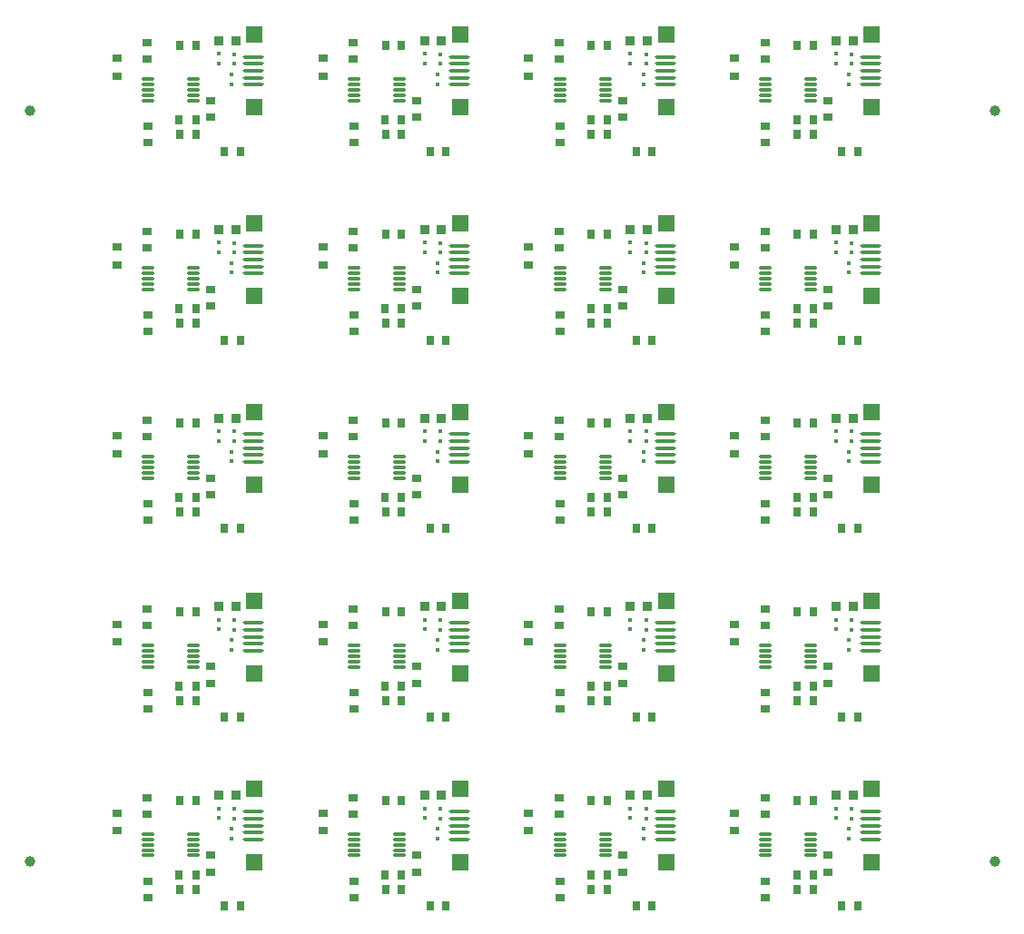
<source format=gbr>
%TF.GenerationSoftware,Altium Limited,Altium Designer,20.1.8 (145)*%
G04 Layer_Color=128*
%FSLAX45Y45*%
%MOMM*%
%TF.SameCoordinates,0AB19B83-9B04-4470-A1CB-4E81E99A1085*%
%TF.FilePolarity,Positive*%
%TF.FileFunction,Paste,Bot*%
%TF.Part,CustomerPanel*%
G01*
G75*
%TA.AperFunction,SMDPad,CuDef*%
%ADD10C,1.00000*%
%ADD18O,1.25000X0.30000*%
G04:AMPARAMS|DCode=19|XSize=1.6mm|YSize=1.6mm|CornerRadius=0.008mm|HoleSize=0mm|Usage=FLASHONLY|Rotation=270.000|XOffset=0mm|YOffset=0mm|HoleType=Round|Shape=RoundedRectangle|*
%AMROUNDEDRECTD19*
21,1,1.60000,1.58400,0,0,270.0*
21,1,1.58400,1.60000,0,0,270.0*
1,1,0.01600,-0.79200,-0.79200*
1,1,0.01600,-0.79200,0.79200*
1,1,0.01600,0.79200,0.79200*
1,1,0.01600,0.79200,-0.79200*
%
%ADD19ROUNDEDRECTD19*%
%TA.AperFunction,ConnectorPad*%
G04:AMPARAMS|DCode=20|XSize=0.35mm|YSize=2mm|CornerRadius=0.175mm|HoleSize=0mm|Usage=FLASHONLY|Rotation=270.000|XOffset=0mm|YOffset=0mm|HoleType=Round|Shape=RoundedRectangle|*
%AMROUNDEDRECTD20*
21,1,0.35000,1.65000,0,0,270.0*
21,1,0.00000,2.00000,0,0,270.0*
1,1,0.35000,-0.82500,0.00000*
1,1,0.35000,-0.82500,0.00000*
1,1,0.35000,0.82500,0.00000*
1,1,0.35000,0.82500,0.00000*
%
%ADD20ROUNDEDRECTD20*%
%TA.AperFunction,SMDPad,CuDef*%
G04:AMPARAMS|DCode=21|XSize=0.8mm|YSize=0.7mm|CornerRadius=0.0035mm|HoleSize=0mm|Usage=FLASHONLY|Rotation=0.000|XOffset=0mm|YOffset=0mm|HoleType=Round|Shape=RoundedRectangle|*
%AMROUNDEDRECTD21*
21,1,0.80000,0.69300,0,0,0.0*
21,1,0.79300,0.70000,0,0,0.0*
1,1,0.00700,0.39650,-0.34650*
1,1,0.00700,-0.39650,-0.34650*
1,1,0.00700,-0.39650,0.34650*
1,1,0.00700,0.39650,0.34650*
%
%ADD21ROUNDEDRECTD21*%
G04:AMPARAMS|DCode=22|XSize=0.85mm|YSize=0.75mm|CornerRadius=0.00375mm|HoleSize=0mm|Usage=FLASHONLY|Rotation=270.000|XOffset=0mm|YOffset=0mm|HoleType=Round|Shape=RoundedRectangle|*
%AMROUNDEDRECTD22*
21,1,0.85000,0.74250,0,0,270.0*
21,1,0.84250,0.75000,0,0,270.0*
1,1,0.00750,-0.37125,-0.42125*
1,1,0.00750,-0.37125,0.42125*
1,1,0.00750,0.37125,0.42125*
1,1,0.00750,0.37125,-0.42125*
%
%ADD22ROUNDEDRECTD22*%
G04:AMPARAMS|DCode=23|XSize=0.85mm|YSize=0.75mm|CornerRadius=0.00375mm|HoleSize=0mm|Usage=FLASHONLY|Rotation=0.000|XOffset=0mm|YOffset=0mm|HoleType=Round|Shape=RoundedRectangle|*
%AMROUNDEDRECTD23*
21,1,0.85000,0.74250,0,0,0.0*
21,1,0.84250,0.75000,0,0,0.0*
1,1,0.00750,0.42125,-0.37125*
1,1,0.00750,-0.42125,-0.37125*
1,1,0.00750,-0.42125,0.37125*
1,1,0.00750,0.42125,0.37125*
%
%ADD23ROUNDEDRECTD23*%
G04:AMPARAMS|DCode=24|XSize=0.8mm|YSize=0.7mm|CornerRadius=0.0035mm|HoleSize=0mm|Usage=FLASHONLY|Rotation=90.000|XOffset=0mm|YOffset=0mm|HoleType=Round|Shape=RoundedRectangle|*
%AMROUNDEDRECTD24*
21,1,0.80000,0.69300,0,0,90.0*
21,1,0.79300,0.70000,0,0,90.0*
1,1,0.00700,0.34650,0.39650*
1,1,0.00700,0.34650,-0.39650*
1,1,0.00700,-0.34650,-0.39650*
1,1,0.00700,-0.34650,0.39650*
%
%ADD24ROUNDEDRECTD24*%
G04:AMPARAMS|DCode=25|XSize=0.4mm|YSize=0.4mm|CornerRadius=0.002mm|HoleSize=0mm|Usage=FLASHONLY|Rotation=180.000|XOffset=0mm|YOffset=0mm|HoleType=Round|Shape=RoundedRectangle|*
%AMROUNDEDRECTD25*
21,1,0.40000,0.39600,0,0,180.0*
21,1,0.39600,0.40000,0,0,180.0*
1,1,0.00400,-0.19800,0.19800*
1,1,0.00400,0.19800,0.19800*
1,1,0.00400,0.19800,-0.19800*
1,1,0.00400,-0.19800,-0.19800*
%
%ADD25ROUNDEDRECTD25*%
G04:AMPARAMS|DCode=26|XSize=0.9mm|YSize=0.9mm|CornerRadius=0.045mm|HoleSize=0mm|Usage=FLASHONLY|Rotation=180.000|XOffset=0mm|YOffset=0mm|HoleType=Round|Shape=RoundedRectangle|*
%AMROUNDEDRECTD26*
21,1,0.90000,0.81000,0,0,180.0*
21,1,0.81000,0.90000,0,0,180.0*
1,1,0.09000,-0.40500,0.40500*
1,1,0.09000,0.40500,0.40500*
1,1,0.09000,0.40500,-0.40500*
1,1,0.09000,-0.40500,-0.40500*
%
%ADD26ROUNDEDRECTD26*%
D10*
X9500000Y8500000D02*
D03*
X500000D02*
D03*
X9500000Y1500000D02*
D03*
X500000D02*
D03*
D18*
X2027140Y1753300D02*
D03*
Y1703300D02*
D03*
Y1653300D02*
D03*
Y1603300D02*
D03*
Y1553300D02*
D03*
X1602141Y1753300D02*
D03*
Y1703300D02*
D03*
Y1653300D02*
D03*
Y1603300D02*
D03*
Y1553300D02*
D03*
X3947140Y1753300D02*
D03*
Y1703300D02*
D03*
Y1653300D02*
D03*
Y1603300D02*
D03*
Y1553300D02*
D03*
X3522141Y1753300D02*
D03*
Y1703300D02*
D03*
Y1653300D02*
D03*
Y1603300D02*
D03*
Y1553300D02*
D03*
X5867140Y1753300D02*
D03*
Y1703300D02*
D03*
Y1653300D02*
D03*
Y1603300D02*
D03*
Y1553300D02*
D03*
X5442140Y1753300D02*
D03*
Y1703300D02*
D03*
Y1653300D02*
D03*
Y1603300D02*
D03*
Y1553300D02*
D03*
X7787140Y1753300D02*
D03*
Y1703300D02*
D03*
Y1653300D02*
D03*
Y1603300D02*
D03*
Y1553300D02*
D03*
X7362140Y1753300D02*
D03*
Y1703300D02*
D03*
Y1653300D02*
D03*
Y1603300D02*
D03*
Y1553300D02*
D03*
X2027140Y3513300D02*
D03*
Y3463300D02*
D03*
Y3413300D02*
D03*
Y3363300D02*
D03*
Y3313300D02*
D03*
X1602141Y3513300D02*
D03*
Y3463300D02*
D03*
Y3413300D02*
D03*
Y3363300D02*
D03*
Y3313300D02*
D03*
X3947140Y3513300D02*
D03*
Y3463300D02*
D03*
Y3413300D02*
D03*
Y3363300D02*
D03*
Y3313300D02*
D03*
X3522141Y3513300D02*
D03*
Y3463300D02*
D03*
Y3413300D02*
D03*
Y3363300D02*
D03*
Y3313300D02*
D03*
X5867140Y3513300D02*
D03*
Y3463300D02*
D03*
Y3413300D02*
D03*
Y3363300D02*
D03*
Y3313300D02*
D03*
X5442140Y3513300D02*
D03*
Y3463300D02*
D03*
Y3413300D02*
D03*
Y3363300D02*
D03*
Y3313300D02*
D03*
X7787140Y3513300D02*
D03*
Y3463300D02*
D03*
Y3413300D02*
D03*
Y3363300D02*
D03*
Y3313300D02*
D03*
X7362140Y3513300D02*
D03*
Y3463300D02*
D03*
Y3413300D02*
D03*
Y3363300D02*
D03*
Y3313300D02*
D03*
X2027140Y5273300D02*
D03*
Y5223300D02*
D03*
Y5173300D02*
D03*
Y5123300D02*
D03*
Y5073300D02*
D03*
X1602141Y5273300D02*
D03*
Y5223300D02*
D03*
Y5173300D02*
D03*
Y5123300D02*
D03*
Y5073300D02*
D03*
X3947140Y5273300D02*
D03*
Y5223300D02*
D03*
Y5173300D02*
D03*
Y5123300D02*
D03*
Y5073300D02*
D03*
X3522141Y5273300D02*
D03*
Y5223300D02*
D03*
Y5173300D02*
D03*
Y5123300D02*
D03*
Y5073300D02*
D03*
X5867140Y5273300D02*
D03*
Y5223300D02*
D03*
Y5173300D02*
D03*
Y5123300D02*
D03*
Y5073300D02*
D03*
X5442140Y5273300D02*
D03*
Y5223300D02*
D03*
Y5173300D02*
D03*
Y5123300D02*
D03*
Y5073300D02*
D03*
X7787140Y5273300D02*
D03*
Y5223300D02*
D03*
Y5173300D02*
D03*
Y5123300D02*
D03*
Y5073300D02*
D03*
X7362140Y5273300D02*
D03*
Y5223300D02*
D03*
Y5173300D02*
D03*
Y5123300D02*
D03*
Y5073300D02*
D03*
X2027140Y7033300D02*
D03*
Y6983300D02*
D03*
Y6933300D02*
D03*
Y6883300D02*
D03*
Y6833300D02*
D03*
X1602141Y7033300D02*
D03*
Y6983300D02*
D03*
Y6933300D02*
D03*
Y6883300D02*
D03*
Y6833300D02*
D03*
X3947140Y7033300D02*
D03*
Y6983300D02*
D03*
Y6933300D02*
D03*
Y6883300D02*
D03*
Y6833300D02*
D03*
X3522141Y7033300D02*
D03*
Y6983300D02*
D03*
Y6933300D02*
D03*
Y6883300D02*
D03*
Y6833300D02*
D03*
X5867140Y7033300D02*
D03*
Y6983300D02*
D03*
Y6933300D02*
D03*
Y6883300D02*
D03*
Y6833300D02*
D03*
X5442140Y7033300D02*
D03*
Y6983300D02*
D03*
Y6933300D02*
D03*
Y6883300D02*
D03*
Y6833300D02*
D03*
X7787140Y7033300D02*
D03*
Y6983300D02*
D03*
Y6933300D02*
D03*
Y6883300D02*
D03*
Y6833300D02*
D03*
X7362140Y7033300D02*
D03*
Y6983300D02*
D03*
Y6933300D02*
D03*
Y6883300D02*
D03*
Y6833300D02*
D03*
X2027140Y8793300D02*
D03*
Y8743300D02*
D03*
Y8693300D02*
D03*
Y8643300D02*
D03*
Y8593300D02*
D03*
X1602141Y8793300D02*
D03*
Y8743300D02*
D03*
Y8693300D02*
D03*
Y8643300D02*
D03*
Y8593300D02*
D03*
X3947140Y8793300D02*
D03*
Y8743300D02*
D03*
Y8693300D02*
D03*
Y8643300D02*
D03*
Y8593300D02*
D03*
X3522141Y8793300D02*
D03*
Y8743300D02*
D03*
Y8693300D02*
D03*
Y8643300D02*
D03*
Y8593300D02*
D03*
X5867140Y8793300D02*
D03*
Y8743300D02*
D03*
Y8693300D02*
D03*
Y8643300D02*
D03*
Y8593300D02*
D03*
X5442140Y8793300D02*
D03*
Y8743300D02*
D03*
Y8693300D02*
D03*
Y8643300D02*
D03*
Y8593300D02*
D03*
X7787140Y8793300D02*
D03*
Y8743300D02*
D03*
Y8693300D02*
D03*
Y8643300D02*
D03*
Y8593300D02*
D03*
X7362140Y8793300D02*
D03*
Y8743300D02*
D03*
Y8693300D02*
D03*
Y8643300D02*
D03*
Y8593300D02*
D03*
D19*
X2593480Y1492000D02*
D03*
Y2172000D02*
D03*
X4513480Y1492000D02*
D03*
Y2172000D02*
D03*
X6433480Y1492000D02*
D03*
Y2172000D02*
D03*
X8353480Y1492000D02*
D03*
Y2172000D02*
D03*
X2593480Y3252000D02*
D03*
Y3932000D02*
D03*
X4513480Y3252000D02*
D03*
Y3932000D02*
D03*
X6433480Y3252000D02*
D03*
Y3932000D02*
D03*
X8353480Y3252000D02*
D03*
Y3932000D02*
D03*
X2593480Y5012000D02*
D03*
Y5692000D02*
D03*
X4513480Y5012000D02*
D03*
Y5692000D02*
D03*
X6433480Y5012000D02*
D03*
Y5692000D02*
D03*
X8353480Y5012000D02*
D03*
Y5692000D02*
D03*
X2593480Y6772000D02*
D03*
Y7452000D02*
D03*
X4513480Y6772000D02*
D03*
Y7452000D02*
D03*
X6433480Y6772000D02*
D03*
Y7452000D02*
D03*
X8353480Y6772000D02*
D03*
Y7452000D02*
D03*
X2593480Y8532000D02*
D03*
Y9212000D02*
D03*
X4513480Y8532000D02*
D03*
Y9212000D02*
D03*
X6433480Y8532000D02*
D03*
Y9212000D02*
D03*
X8353480Y8532000D02*
D03*
Y9212000D02*
D03*
D20*
X2585980Y1702000D02*
D03*
Y1767000D02*
D03*
Y1832000D02*
D03*
Y1962000D02*
D03*
Y1897000D02*
D03*
X4505980Y1702000D02*
D03*
Y1767000D02*
D03*
Y1832000D02*
D03*
Y1962000D02*
D03*
Y1897000D02*
D03*
X6425980Y1702000D02*
D03*
Y1767000D02*
D03*
Y1832000D02*
D03*
Y1962000D02*
D03*
Y1897000D02*
D03*
X8345980Y1702000D02*
D03*
Y1767000D02*
D03*
Y1832000D02*
D03*
Y1962000D02*
D03*
Y1897000D02*
D03*
X2585980Y3462000D02*
D03*
Y3527000D02*
D03*
Y3592000D02*
D03*
Y3722000D02*
D03*
Y3657000D02*
D03*
X4505980Y3462000D02*
D03*
Y3527000D02*
D03*
Y3592000D02*
D03*
Y3722000D02*
D03*
Y3657000D02*
D03*
X6425980Y3462000D02*
D03*
Y3527000D02*
D03*
Y3592000D02*
D03*
Y3722000D02*
D03*
Y3657000D02*
D03*
X8345980Y3462000D02*
D03*
Y3527000D02*
D03*
Y3592000D02*
D03*
Y3722000D02*
D03*
Y3657000D02*
D03*
X2585980Y5222000D02*
D03*
Y5287000D02*
D03*
Y5352000D02*
D03*
Y5482000D02*
D03*
Y5417000D02*
D03*
X4505980Y5222000D02*
D03*
Y5287000D02*
D03*
Y5352000D02*
D03*
Y5482000D02*
D03*
Y5417000D02*
D03*
X6425980Y5222000D02*
D03*
Y5287000D02*
D03*
Y5352000D02*
D03*
Y5482000D02*
D03*
Y5417000D02*
D03*
X8345980Y5222000D02*
D03*
Y5287000D02*
D03*
Y5352000D02*
D03*
Y5482000D02*
D03*
Y5417000D02*
D03*
X2585980Y6982000D02*
D03*
Y7047000D02*
D03*
Y7112000D02*
D03*
Y7242000D02*
D03*
Y7177000D02*
D03*
X4505980Y6982000D02*
D03*
Y7047000D02*
D03*
Y7112000D02*
D03*
Y7242000D02*
D03*
Y7177000D02*
D03*
X6425980Y6982000D02*
D03*
Y7047000D02*
D03*
Y7112000D02*
D03*
Y7242000D02*
D03*
Y7177000D02*
D03*
X8345980Y6982000D02*
D03*
Y7047000D02*
D03*
Y7112000D02*
D03*
Y7242000D02*
D03*
Y7177000D02*
D03*
X2585980Y8742000D02*
D03*
Y8807000D02*
D03*
Y8872000D02*
D03*
Y9002000D02*
D03*
Y8937000D02*
D03*
X4505980Y8742000D02*
D03*
Y8807000D02*
D03*
Y8872000D02*
D03*
Y9002000D02*
D03*
Y8937000D02*
D03*
X6425980Y8742000D02*
D03*
Y8807000D02*
D03*
Y8872000D02*
D03*
Y9002000D02*
D03*
Y8937000D02*
D03*
X8345980Y8742000D02*
D03*
Y8807000D02*
D03*
Y8872000D02*
D03*
Y9002000D02*
D03*
Y8937000D02*
D03*
D21*
X1313780Y1948165D02*
D03*
Y1783165D02*
D03*
X1602141Y1311776D02*
D03*
Y1161775D02*
D03*
X1597800Y2092125D02*
D03*
Y1942125D02*
D03*
X3233780Y1948165D02*
D03*
Y1783165D02*
D03*
X3522141Y1311776D02*
D03*
Y1161775D02*
D03*
X3517800Y2092125D02*
D03*
Y1942125D02*
D03*
X5153780Y1948165D02*
D03*
Y1783165D02*
D03*
X5442140Y1311776D02*
D03*
Y1161775D02*
D03*
X5437800Y2092125D02*
D03*
Y1942125D02*
D03*
X7073780Y1948165D02*
D03*
Y1783165D02*
D03*
X7362140Y1311776D02*
D03*
Y1161775D02*
D03*
X7357800Y2092125D02*
D03*
Y1942125D02*
D03*
X1313780Y3708165D02*
D03*
Y3543165D02*
D03*
X1602141Y3071776D02*
D03*
Y2921775D02*
D03*
X1597800Y3852125D02*
D03*
Y3702125D02*
D03*
X3233780Y3708165D02*
D03*
Y3543165D02*
D03*
X3522141Y3071776D02*
D03*
Y2921775D02*
D03*
X3517800Y3852125D02*
D03*
Y3702125D02*
D03*
X5153780Y3708165D02*
D03*
Y3543165D02*
D03*
X5442140Y3071776D02*
D03*
Y2921775D02*
D03*
X5437800Y3852125D02*
D03*
Y3702125D02*
D03*
X7073780Y3708165D02*
D03*
Y3543165D02*
D03*
X7362140Y3071776D02*
D03*
Y2921775D02*
D03*
X7357800Y3852125D02*
D03*
Y3702125D02*
D03*
X1313780Y5468165D02*
D03*
Y5303165D02*
D03*
X1602141Y4831776D02*
D03*
Y4681775D02*
D03*
X1597800Y5612125D02*
D03*
Y5462125D02*
D03*
X3233780Y5468165D02*
D03*
Y5303165D02*
D03*
X3522141Y4831776D02*
D03*
Y4681775D02*
D03*
X3517800Y5612125D02*
D03*
Y5462125D02*
D03*
X5153780Y5468165D02*
D03*
Y5303165D02*
D03*
X5442140Y4831776D02*
D03*
Y4681775D02*
D03*
X5437800Y5612125D02*
D03*
Y5462125D02*
D03*
X7073780Y5468165D02*
D03*
Y5303165D02*
D03*
X7362140Y4831776D02*
D03*
Y4681775D02*
D03*
X7357800Y5612125D02*
D03*
Y5462125D02*
D03*
X1313780Y7228165D02*
D03*
Y7063165D02*
D03*
X1602141Y6591776D02*
D03*
Y6441776D02*
D03*
X1597800Y7372125D02*
D03*
Y7222125D02*
D03*
X3233780Y7228165D02*
D03*
Y7063165D02*
D03*
X3522141Y6591776D02*
D03*
Y6441776D02*
D03*
X3517800Y7372125D02*
D03*
Y7222125D02*
D03*
X5153780Y7228165D02*
D03*
Y7063165D02*
D03*
X5442140Y6591776D02*
D03*
Y6441776D02*
D03*
X5437800Y7372125D02*
D03*
Y7222125D02*
D03*
X7073780Y7228165D02*
D03*
Y7063165D02*
D03*
X7362140Y6591776D02*
D03*
Y6441776D02*
D03*
X7357800Y7372125D02*
D03*
Y7222125D02*
D03*
X1313780Y8988165D02*
D03*
Y8823165D02*
D03*
X1602141Y8351776D02*
D03*
Y8201776D02*
D03*
X1597800Y9132125D02*
D03*
Y8982125D02*
D03*
X3233780Y8988165D02*
D03*
Y8823165D02*
D03*
X3522141Y8351776D02*
D03*
Y8201776D02*
D03*
X3517800Y9132125D02*
D03*
Y8982125D02*
D03*
X5153780Y8988165D02*
D03*
Y8823165D02*
D03*
X5442140Y8351776D02*
D03*
Y8201776D02*
D03*
X5437800Y9132125D02*
D03*
Y8982125D02*
D03*
X7073780Y8988165D02*
D03*
Y8823165D02*
D03*
X7362140Y8351776D02*
D03*
Y8201776D02*
D03*
X7357800Y9132125D02*
D03*
Y8982125D02*
D03*
D22*
X2047080Y1374127D02*
D03*
X1892081D02*
D03*
X3967080D02*
D03*
X3812081D02*
D03*
X5887080D02*
D03*
X5732080D02*
D03*
X7807080D02*
D03*
X7652080D02*
D03*
X2047080Y3134127D02*
D03*
X1892081D02*
D03*
X3967080D02*
D03*
X3812081D02*
D03*
X5887080D02*
D03*
X5732080D02*
D03*
X7807080D02*
D03*
X7652080D02*
D03*
X2047080Y4894127D02*
D03*
X1892081D02*
D03*
X3967080D02*
D03*
X3812081D02*
D03*
X5887080D02*
D03*
X5732080D02*
D03*
X7807080D02*
D03*
X7652080D02*
D03*
X2047080Y6654127D02*
D03*
X1892081D02*
D03*
X3967080D02*
D03*
X3812081D02*
D03*
X5887080D02*
D03*
X5732080D02*
D03*
X7807080D02*
D03*
X7652080D02*
D03*
X2047080Y8414127D02*
D03*
X1892081D02*
D03*
X3967080D02*
D03*
X3812081D02*
D03*
X5887080D02*
D03*
X5732080D02*
D03*
X7807080D02*
D03*
X7652080D02*
D03*
D23*
X2187639Y1400011D02*
D03*
Y1555011D02*
D03*
X4107639Y1400011D02*
D03*
Y1555011D02*
D03*
X6027639Y1400011D02*
D03*
Y1555011D02*
D03*
X7947639Y1400011D02*
D03*
Y1555011D02*
D03*
X2187639Y3160011D02*
D03*
Y3315011D02*
D03*
X4107639Y3160011D02*
D03*
Y3315011D02*
D03*
X6027639Y3160011D02*
D03*
Y3315011D02*
D03*
X7947639Y3160011D02*
D03*
Y3315011D02*
D03*
X2187639Y4920011D02*
D03*
Y5075011D02*
D03*
X4107639Y4920011D02*
D03*
Y5075011D02*
D03*
X6027639Y4920011D02*
D03*
Y5075011D02*
D03*
X7947639Y4920011D02*
D03*
Y5075011D02*
D03*
X2187639Y6680011D02*
D03*
Y6835011D02*
D03*
X4107639Y6680011D02*
D03*
Y6835011D02*
D03*
X6027639Y6680011D02*
D03*
Y6835011D02*
D03*
X7947639Y6680011D02*
D03*
Y6835011D02*
D03*
X2187639Y8440011D02*
D03*
Y8595011D02*
D03*
X4107639Y8440011D02*
D03*
Y8595011D02*
D03*
X6027639Y8440011D02*
D03*
Y8595011D02*
D03*
X7947639Y8440011D02*
D03*
Y8595011D02*
D03*
D24*
X1897460Y2067860D02*
D03*
X2047460D02*
D03*
X2463750Y1081000D02*
D03*
X2313750D02*
D03*
X1897080Y1236776D02*
D03*
X2047080D02*
D03*
X3817460Y2067860D02*
D03*
X3967460D02*
D03*
X4383750Y1081000D02*
D03*
X4233750D02*
D03*
X3817080Y1236776D02*
D03*
X3967080D02*
D03*
X5737460Y2067860D02*
D03*
X5887460D02*
D03*
X6303750Y1081000D02*
D03*
X6153750D02*
D03*
X5737080Y1236776D02*
D03*
X5887080D02*
D03*
X7657460Y2067860D02*
D03*
X7807460D02*
D03*
X8223750Y1081000D02*
D03*
X8073750D02*
D03*
X7657080Y1236776D02*
D03*
X7807080D02*
D03*
X1897460Y3827860D02*
D03*
X2047460D02*
D03*
X2463750Y2841000D02*
D03*
X2313750D02*
D03*
X1897080Y2996776D02*
D03*
X2047080D02*
D03*
X3817460Y3827860D02*
D03*
X3967460D02*
D03*
X4383750Y2841000D02*
D03*
X4233750D02*
D03*
X3817080Y2996776D02*
D03*
X3967080D02*
D03*
X5737460Y3827860D02*
D03*
X5887460D02*
D03*
X6303750Y2841000D02*
D03*
X6153750D02*
D03*
X5737080Y2996776D02*
D03*
X5887080D02*
D03*
X7657460Y3827860D02*
D03*
X7807460D02*
D03*
X8223750Y2841000D02*
D03*
X8073750D02*
D03*
X7657080Y2996776D02*
D03*
X7807080D02*
D03*
X1897460Y5587860D02*
D03*
X2047460D02*
D03*
X2463750Y4601000D02*
D03*
X2313750D02*
D03*
X1897080Y4756776D02*
D03*
X2047080D02*
D03*
X3817460Y5587860D02*
D03*
X3967460D02*
D03*
X4383750Y4601000D02*
D03*
X4233750D02*
D03*
X3817080Y4756776D02*
D03*
X3967080D02*
D03*
X5737460Y5587860D02*
D03*
X5887460D02*
D03*
X6303750Y4601000D02*
D03*
X6153750D02*
D03*
X5737080Y4756776D02*
D03*
X5887080D02*
D03*
X7657460Y5587860D02*
D03*
X7807460D02*
D03*
X8223750Y4601000D02*
D03*
X8073750D02*
D03*
X7657080Y4756776D02*
D03*
X7807080D02*
D03*
X1897460Y7347860D02*
D03*
X2047460D02*
D03*
X2463750Y6361000D02*
D03*
X2313750D02*
D03*
X1897080Y6516776D02*
D03*
X2047080D02*
D03*
X3817460Y7347860D02*
D03*
X3967460D02*
D03*
X4383750Y6361000D02*
D03*
X4233750D02*
D03*
X3817080Y6516776D02*
D03*
X3967080D02*
D03*
X5737460Y7347860D02*
D03*
X5887460D02*
D03*
X6303750Y6361000D02*
D03*
X6153750D02*
D03*
X5737080Y6516776D02*
D03*
X5887080D02*
D03*
X7657460Y7347860D02*
D03*
X7807460D02*
D03*
X8223750Y6361000D02*
D03*
X8073750D02*
D03*
X7657080Y6516776D02*
D03*
X7807080D02*
D03*
X1897460Y9107860D02*
D03*
X2047460D02*
D03*
X2463750Y8121000D02*
D03*
X2313750D02*
D03*
X1897080Y8276776D02*
D03*
X2047080D02*
D03*
X3817460Y9107860D02*
D03*
X3967460D02*
D03*
X4383750Y8121000D02*
D03*
X4233750D02*
D03*
X3817080Y8276776D02*
D03*
X3967080D02*
D03*
X5737460Y9107860D02*
D03*
X5887460D02*
D03*
X6303750Y8121000D02*
D03*
X6153750D02*
D03*
X5737080Y8276776D02*
D03*
X5887080D02*
D03*
X7657460Y9107860D02*
D03*
X7807460D02*
D03*
X8223750Y8121000D02*
D03*
X8073750D02*
D03*
X7657080Y8276776D02*
D03*
X7807080D02*
D03*
D25*
X2382848Y1799620D02*
D03*
Y1709620D02*
D03*
X2408248Y1987000D02*
D03*
Y1897000D02*
D03*
X2261440Y1992080D02*
D03*
Y1902080D02*
D03*
X4302848Y1799620D02*
D03*
Y1709620D02*
D03*
X4328248Y1987000D02*
D03*
Y1897000D02*
D03*
X4181440Y1992080D02*
D03*
Y1902080D02*
D03*
X6222848Y1799620D02*
D03*
Y1709620D02*
D03*
X6248248Y1987000D02*
D03*
Y1897000D02*
D03*
X6101440Y1992080D02*
D03*
Y1902080D02*
D03*
X8142848Y1799620D02*
D03*
Y1709620D02*
D03*
X8168248Y1987000D02*
D03*
Y1897000D02*
D03*
X8021440Y1992080D02*
D03*
Y1902080D02*
D03*
X2382848Y3559620D02*
D03*
Y3469620D02*
D03*
X2408248Y3747000D02*
D03*
Y3657000D02*
D03*
X2261440Y3752080D02*
D03*
Y3662080D02*
D03*
X4302848Y3559620D02*
D03*
Y3469620D02*
D03*
X4328248Y3747000D02*
D03*
Y3657000D02*
D03*
X4181440Y3752080D02*
D03*
Y3662080D02*
D03*
X6222848Y3559620D02*
D03*
Y3469620D02*
D03*
X6248248Y3747000D02*
D03*
Y3657000D02*
D03*
X6101440Y3752080D02*
D03*
Y3662080D02*
D03*
X8142848Y3559620D02*
D03*
Y3469620D02*
D03*
X8168248Y3747000D02*
D03*
Y3657000D02*
D03*
X8021440Y3752080D02*
D03*
Y3662080D02*
D03*
X2382848Y5319620D02*
D03*
Y5229620D02*
D03*
X2408248Y5507000D02*
D03*
Y5417000D02*
D03*
X2261440Y5512080D02*
D03*
Y5422080D02*
D03*
X4302848Y5319620D02*
D03*
Y5229620D02*
D03*
X4328248Y5507000D02*
D03*
Y5417000D02*
D03*
X4181440Y5512080D02*
D03*
Y5422080D02*
D03*
X6222848Y5319620D02*
D03*
Y5229620D02*
D03*
X6248248Y5507000D02*
D03*
Y5417000D02*
D03*
X6101440Y5512080D02*
D03*
Y5422080D02*
D03*
X8142848Y5319620D02*
D03*
Y5229620D02*
D03*
X8168248Y5507000D02*
D03*
Y5417000D02*
D03*
X8021440Y5512080D02*
D03*
Y5422080D02*
D03*
X2382848Y7079620D02*
D03*
Y6989620D02*
D03*
X2408248Y7267000D02*
D03*
Y7177000D02*
D03*
X2261440Y7272080D02*
D03*
Y7182080D02*
D03*
X4302848Y7079620D02*
D03*
Y6989620D02*
D03*
X4328248Y7267000D02*
D03*
Y7177000D02*
D03*
X4181440Y7272080D02*
D03*
Y7182080D02*
D03*
X6222848Y7079620D02*
D03*
Y6989620D02*
D03*
X6248248Y7267000D02*
D03*
Y7177000D02*
D03*
X6101440Y7272080D02*
D03*
Y7182080D02*
D03*
X8142848Y7079620D02*
D03*
Y6989620D02*
D03*
X8168248Y7267000D02*
D03*
Y7177000D02*
D03*
X8021440Y7272080D02*
D03*
Y7182080D02*
D03*
X2382848Y8839620D02*
D03*
Y8749620D02*
D03*
X2408248Y9027000D02*
D03*
Y8937000D02*
D03*
X2261440Y9032080D02*
D03*
Y8942080D02*
D03*
X4302848Y8839620D02*
D03*
Y8749620D02*
D03*
X4328248Y9027000D02*
D03*
Y8937000D02*
D03*
X4181440Y9032080D02*
D03*
Y8942080D02*
D03*
X6222848Y8839620D02*
D03*
Y8749620D02*
D03*
X6248248Y9027000D02*
D03*
Y8937000D02*
D03*
X6101440Y9032080D02*
D03*
Y8942080D02*
D03*
X8142848Y8839620D02*
D03*
Y8749620D02*
D03*
X8168248Y9027000D02*
D03*
Y8937000D02*
D03*
X8021440Y9032080D02*
D03*
Y8942080D02*
D03*
D26*
X2261140Y2112860D02*
D03*
X2421140D02*
D03*
X4181140D02*
D03*
X4341140D02*
D03*
X6101140D02*
D03*
X6261140D02*
D03*
X8021140D02*
D03*
X8181140D02*
D03*
X2261140Y3872860D02*
D03*
X2421140D02*
D03*
X4181140D02*
D03*
X4341140D02*
D03*
X6101140D02*
D03*
X6261140D02*
D03*
X8021140D02*
D03*
X8181140D02*
D03*
X2261140Y5632860D02*
D03*
X2421140D02*
D03*
X4181140D02*
D03*
X4341140D02*
D03*
X6101140D02*
D03*
X6261140D02*
D03*
X8021140D02*
D03*
X8181140D02*
D03*
X2261140Y7392860D02*
D03*
X2421140D02*
D03*
X4181140D02*
D03*
X4341140D02*
D03*
X6101140D02*
D03*
X6261140D02*
D03*
X8021140D02*
D03*
X8181140D02*
D03*
X2261140Y9152860D02*
D03*
X2421140D02*
D03*
X4181140D02*
D03*
X4341140D02*
D03*
X6101140D02*
D03*
X6261140D02*
D03*
X8021140D02*
D03*
X8181140D02*
D03*
%TF.MD5,6ef4629557a0cd0caa092a49b113a9ff*%
M02*

</source>
